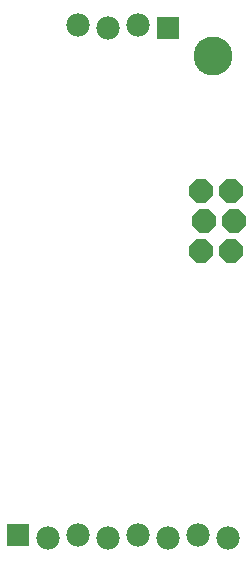
<source format=gbs>
G75*
%MOIN*%
%OFA0B0*%
%FSLAX25Y25*%
%IPPOS*%
%LPD*%
%AMOC8*
5,1,8,0,0,1.08239X$1,22.5*
%
%ADD10C,0.12998*%
%ADD11R,0.07800X0.07800*%
%ADD12C,0.07800*%
%ADD13OC8,0.07800*%
D10*
X0081800Y0176800D03*
D11*
X0016800Y0017300D03*
X0066800Y0186300D03*
D12*
X0056800Y0187300D03*
X0046800Y0186300D03*
X0036800Y0187300D03*
X0036800Y0017300D03*
X0026800Y0016300D03*
X0046800Y0016300D03*
X0056800Y0017300D03*
X0066800Y0016300D03*
X0076800Y0017300D03*
X0086800Y0016300D03*
D13*
X0087800Y0111800D03*
X0088800Y0121800D03*
X0087800Y0131800D03*
X0078800Y0121800D03*
X0077800Y0111800D03*
X0077800Y0131800D03*
M02*

</source>
